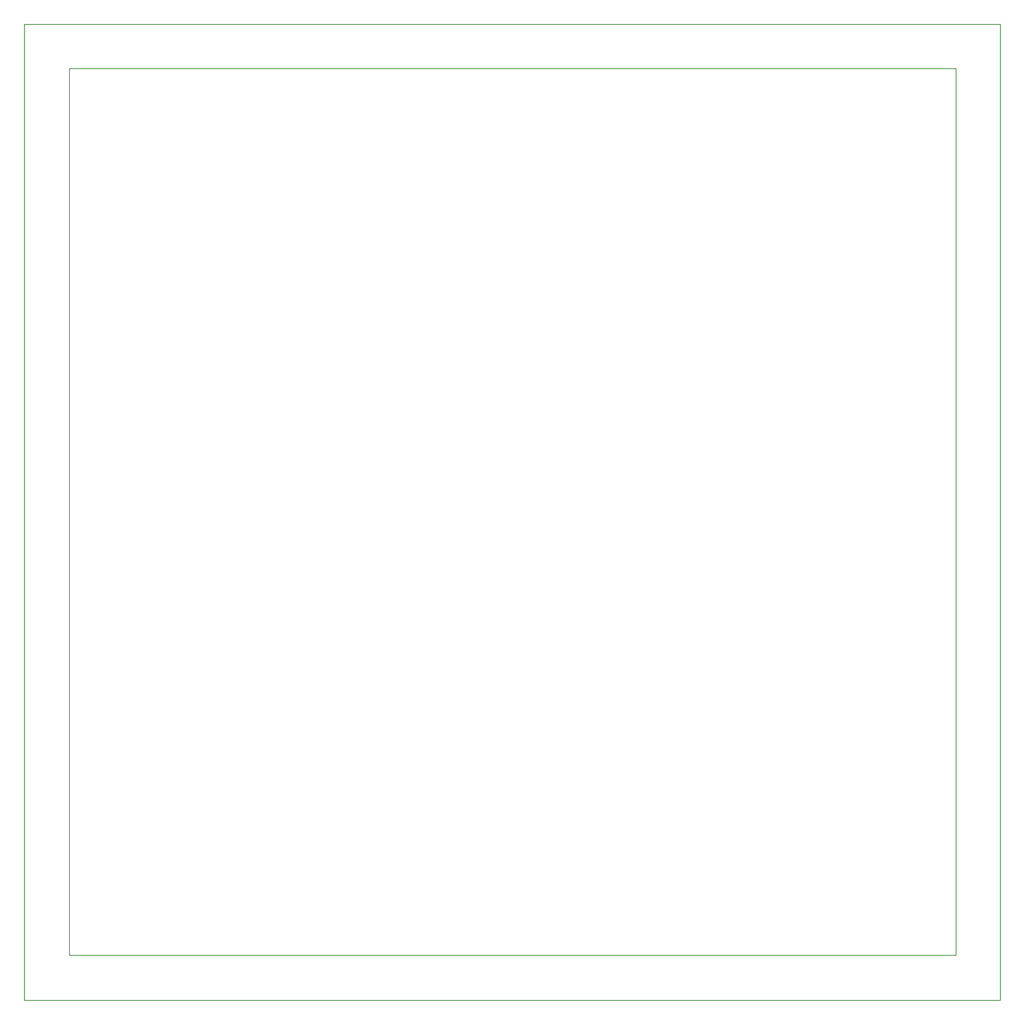
<source format=gbr>
%FSLAX34Y34*%
%MOMM*%
%LNOUTLINE*%
G71*
G01*
%ADD10C, 0.00*%
%ADD11C, 0.00*%
%LPD*%
G54D10*
X-50000Y1050000D02*
X1050000Y1050000D01*
X1050000Y-50000D01*
X-50000Y-50000D01*
X-50000Y1050000D01*
G54D11*
X0Y1000000D02*
X1000000Y1000000D01*
X1000000Y0D01*
X0Y0D01*
X0Y1000000D01*
M02*

</source>
